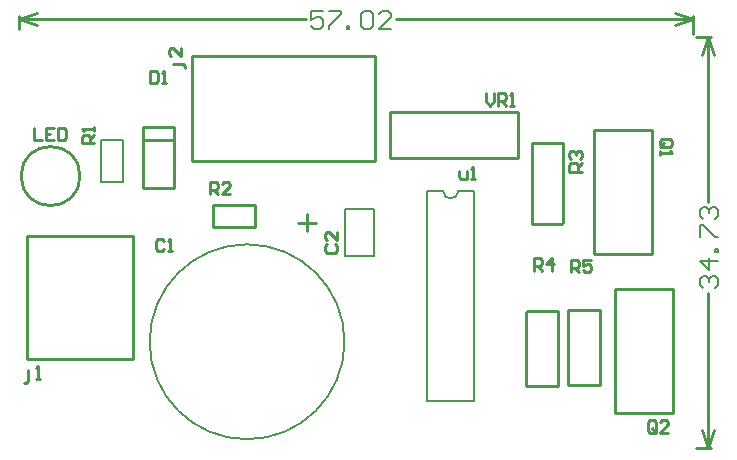
<source format=gto>
G04*
G04 #@! TF.GenerationSoftware,Altium Limited,Altium Designer,20.0.2 (26)*
G04*
G04 Layer_Color=65535*
%FSLAX44Y44*%
%MOMM*%
G71*
G01*
G75*
%ADD10C,0.2540*%
%ADD11C,0.2000*%
%ADD12C,0.1524*%
D10*
X300590Y472440D02*
G03*
X300590Y472440I-25000J0D01*
G01*
X802640Y271780D02*
Y377190D01*
X753110D02*
X802640D01*
X753110Y271780D02*
Y377190D01*
Y271780D02*
X802640D01*
X735330Y406400D02*
X784860D01*
X735330D02*
Y511810D01*
X784860D01*
Y406400D02*
Y511810D01*
X255270Y317500D02*
X345440D01*
X255270D02*
Y421640D01*
X345440D01*
Y317500D02*
Y421640D01*
X412750Y429260D02*
X448310D01*
Y448310D01*
X412750D02*
X448310D01*
X412750Y429260D02*
Y448310D01*
X353695Y502920D02*
X379095D01*
X353695Y462280D02*
Y514350D01*
Y462280D02*
X380365D01*
Y514350D01*
X353695D02*
X379095D01*
X394970Y485140D02*
Y574040D01*
X549910D01*
Y485140D02*
Y574040D01*
X394970Y485140D02*
X549910D01*
X485140Y433070D02*
X500140D01*
X492760Y425690D02*
Y440690D01*
X682960Y432380D02*
Y500380D01*
Y431800D02*
X708960D01*
X709630Y432380D02*
Y500380D01*
X682960D02*
X709630D01*
X562610Y487730D02*
Y527050D01*
X671070D01*
Y487730D02*
Y527050D01*
X562610Y487730D02*
X671070D01*
X678850Y294640D02*
X704850D01*
X678180D02*
Y357640D01*
X678850Y358140D02*
X704850D01*
Y294640D02*
Y357640D01*
X714410Y295910D02*
X740410D01*
X713740D02*
Y358910D01*
X714410Y359410D02*
X740410D01*
Y295910D02*
Y358910D01*
X831850Y589830D02*
X836930Y574590D01*
X826770D02*
X831850Y589830D01*
X826770Y257810D02*
X831850Y242570D01*
X836930Y257810D01*
X831850Y450479D02*
Y589830D01*
Y242570D02*
Y373793D01*
X821690Y589830D02*
X834390D01*
X821690Y242570D02*
X834390D01*
X248920Y605790D02*
X264160Y610870D01*
X248920Y605790D02*
X264160Y600710D01*
X803910D02*
X819150Y605790D01*
X803910Y610870D02*
X819150Y605790D01*
X248920D02*
X491628D01*
X568314D02*
X819150D01*
X248920Y596900D02*
Y608330D01*
X819150Y592370D02*
Y608330D01*
X389492Y563880D02*
Y565586D01*
X387786Y567292D01*
X379255D01*
X386080Y580941D02*
Y574117D01*
X379255Y580941D01*
X377549D01*
X375843Y579235D01*
Y575823D01*
X377549Y574117D01*
X792916Y497365D02*
X799741D01*
X801447Y499072D01*
Y502484D01*
X799741Y504190D01*
X792916D01*
X791210Y502484D01*
Y499072D01*
X794622Y500778D02*
X791210Y497365D01*
Y499072D02*
X792916Y497365D01*
X791210Y493953D02*
Y490541D01*
Y492247D01*
X801447D01*
X799741Y493953D01*
X621030Y476725D02*
Y471606D01*
X622736Y469900D01*
X627854D01*
Y476725D01*
X631267Y469900D02*
X634679D01*
X632973D01*
Y480137D01*
X631267Y478431D01*
X509629Y414495D02*
X507923Y412788D01*
Y409376D01*
X509629Y407670D01*
X516454D01*
X518160Y409376D01*
Y412788D01*
X516454Y414495D01*
X518160Y424731D02*
Y417907D01*
X511335Y424731D01*
X509629D01*
X507923Y423025D01*
Y419613D01*
X509629Y417907D01*
X787875Y256976D02*
Y263801D01*
X786168Y265507D01*
X782756D01*
X781050Y263801D01*
Y256976D01*
X782756Y255270D01*
X786168D01*
X784462Y258682D02*
X787875Y255270D01*
X786168D02*
X787875Y256976D01*
X798111Y255270D02*
X791287D01*
X798111Y262094D01*
Y263801D01*
X796405Y265507D01*
X792993D01*
X791287Y263801D01*
X643890Y542367D02*
Y535542D01*
X647302Y532130D01*
X650714Y535542D01*
Y542367D01*
X654127Y532130D02*
Y542367D01*
X659245D01*
X660951Y540661D01*
Y537248D01*
X659245Y535542D01*
X654127D01*
X657539D02*
X660951Y532130D01*
X664363D02*
X667776D01*
X666069D01*
Y542367D01*
X664363Y540661D01*
X715980Y391160D02*
Y401397D01*
X721098D01*
X722804Y399691D01*
Y396278D01*
X721098Y394572D01*
X715980D01*
X719392D02*
X722804Y391160D01*
X733041Y401397D02*
X726217D01*
Y396278D01*
X729629Y397985D01*
X731335D01*
X733041Y396278D01*
Y392866D01*
X731335Y391160D01*
X727923D01*
X726217Y392866D01*
X684530Y392430D02*
Y402667D01*
X689648D01*
X691355Y400961D01*
Y397548D01*
X689648Y395842D01*
X684530D01*
X687942D02*
X691355Y392430D01*
X699885D02*
Y402667D01*
X694767Y397548D01*
X701591D01*
X725170Y476250D02*
X714933D01*
Y481368D01*
X716639Y483074D01*
X720052D01*
X721758Y481368D01*
Y476250D01*
Y479662D02*
X725170Y483074D01*
X716639Y486487D02*
X714933Y488193D01*
Y491605D01*
X716639Y493311D01*
X718345D01*
X720052Y491605D01*
Y489899D01*
Y491605D01*
X721758Y493311D01*
X723464D01*
X725170Y491605D01*
Y488193D01*
X723464Y486487D01*
X410210Y457200D02*
Y467437D01*
X415328D01*
X417034Y465731D01*
Y462318D01*
X415328Y460612D01*
X410210D01*
X413622D02*
X417034Y457200D01*
X427271D02*
X420447D01*
X427271Y464025D01*
Y465731D01*
X425565Y467437D01*
X422153D01*
X420447Y465731D01*
X312420Y500380D02*
X302183D01*
Y505498D01*
X303889Y507205D01*
X307302D01*
X309008Y505498D01*
Y500380D01*
Y503792D02*
X312420Y507205D01*
Y510617D02*
Y514029D01*
Y512323D01*
X302183D01*
X303889Y510617D01*
X252730Y297578D02*
X254436D01*
X256142Y299284D01*
Y307815D01*
X262967Y300990D02*
X266379D01*
X264673D01*
Y311227D01*
X262967Y309521D01*
X261620Y513157D02*
Y502920D01*
X268444D01*
X278681Y513157D02*
X271857D01*
Y502920D01*
X278681D01*
X271857Y508038D02*
X275269D01*
X282093Y513157D02*
Y502920D01*
X287212D01*
X288918Y504626D01*
Y511451D01*
X287212Y513157D01*
X282093D01*
X371315Y417471D02*
X369608Y419177D01*
X366196D01*
X364490Y417471D01*
Y410646D01*
X366196Y408940D01*
X369608D01*
X371315Y410646D01*
X374727Y408940D02*
X378139D01*
X376433D01*
Y419177D01*
X374727Y417471D01*
X359410Y561417D02*
Y551180D01*
X364528D01*
X366235Y552886D01*
Y559711D01*
X364528Y561417D01*
X359410D01*
X369647Y551180D02*
X373059D01*
X371353D01*
Y561417D01*
X369647Y559711D01*
D11*
X607970Y459740D02*
G03*
X620670Y459740I6350J0D01*
G01*
X524460Y332110D02*
G03*
X524460Y332110I-82500J0D01*
G01*
X594170Y459740D02*
X607970D01*
X620670D02*
X634470D01*
Y281940D02*
Y459740D01*
X594170Y281940D02*
X634470D01*
X594170D02*
Y459740D01*
X524710Y404500D02*
Y444500D01*
X549710Y404500D02*
Y444500D01*
X524710Y404500D02*
X549710D01*
X524710Y444500D02*
X549710D01*
X318185Y467360D02*
X337185D01*
Y502920D01*
X318185D02*
X337185D01*
X318135Y467360D02*
Y502920D01*
D12*
X828296Y377857D02*
X825757Y380396D01*
Y385475D01*
X828296Y388014D01*
X830835D01*
X833374Y385475D01*
Y382935D01*
Y385475D01*
X835913Y388014D01*
X838452D01*
X840992Y385475D01*
Y380396D01*
X838452Y377857D01*
X840992Y400709D02*
X825757D01*
X833374Y393092D01*
Y403249D01*
X840992Y408327D02*
X838452D01*
Y410866D01*
X840992D01*
Y408327D01*
X825757Y421023D02*
Y431180D01*
X828296D01*
X838452Y421023D01*
X840992D01*
X828296Y436258D02*
X825757Y438797D01*
Y443876D01*
X828296Y446415D01*
X830835D01*
X833374Y443876D01*
Y441336D01*
Y443876D01*
X835913Y446415D01*
X838452D01*
X840992Y443876D01*
Y438797D01*
X838452Y436258D01*
X505849Y611884D02*
X495692D01*
Y604266D01*
X500770Y606805D01*
X503310D01*
X505849Y604266D01*
Y599188D01*
X503310Y596648D01*
X498231D01*
X495692Y599188D01*
X510927Y611884D02*
X521084D01*
Y609344D01*
X510927Y599188D01*
Y596648D01*
X526162D02*
Y599188D01*
X528701D01*
Y596648D01*
X526162D01*
X538858Y609344D02*
X541397Y611884D01*
X546476D01*
X549015Y609344D01*
Y599188D01*
X546476Y596648D01*
X541397D01*
X538858Y599188D01*
Y609344D01*
X564250Y596648D02*
X554093D01*
X564250Y606805D01*
Y609344D01*
X561711Y611884D01*
X556632D01*
X554093Y609344D01*
M02*

</source>
